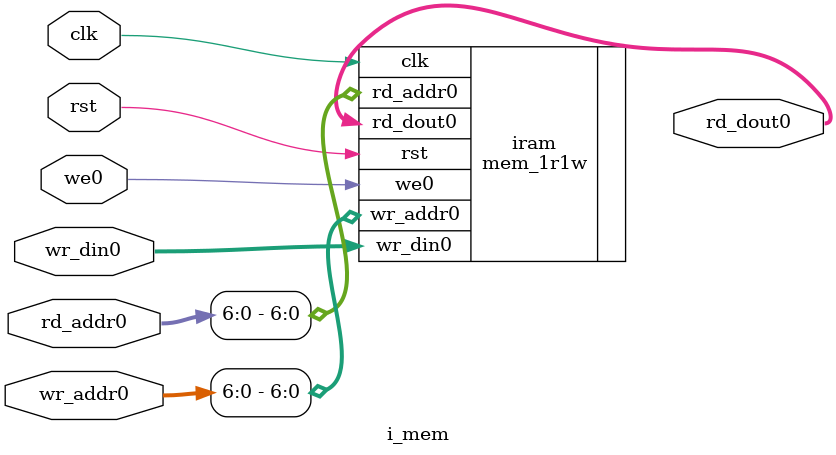
<source format=v>
`timescale 1ns / 1ps


module i_mem(
        input clk,
        input rst,
        input [31:0]rd_addr0,wr_addr0,
        input [31:0]wr_din0,
        input we0,
        output [31:0]rd_dout0
    );
    
    mem_1r1w #(32,16,1) iram(
        .clk(clk),
        .rst(rst),
        .rd_addr0(rd_addr0[6:0]),
        .wr_addr0(wr_addr0[6:0]),
        .wr_din0(wr_din0),
        .we0(we0),
        .rd_dout0(rd_dout0)
    );
endmodule

</source>
